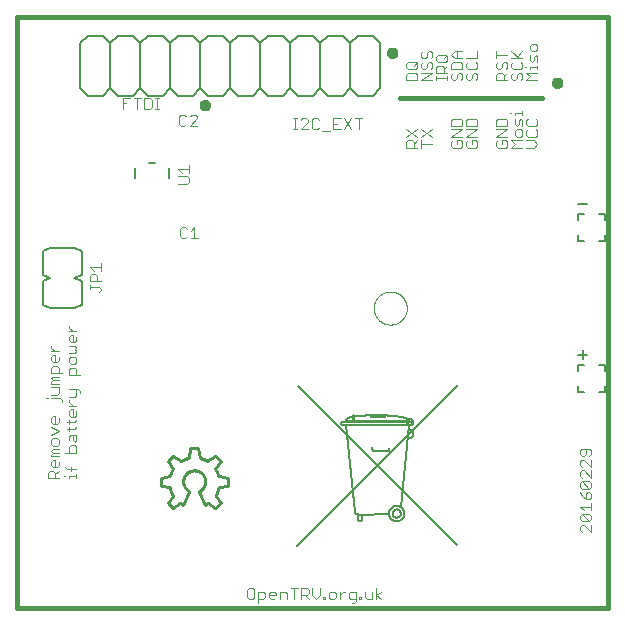
<source format=gto>
G75*
%MOIN*%
%OFA0B0*%
%FSLAX25Y25*%
%IPPOS*%
%LPD*%
%AMOC8*
5,1,8,0,0,1.08239X$1,22.5*
%
%ADD10C,0.00300*%
%ADD11C,0.01600*%
%ADD12C,0.00000*%
%ADD13C,0.00787*%
%ADD14C,0.01000*%
%ADD15C,0.00600*%
%ADD16C,0.00500*%
%ADD17C,0.00800*%
D10*
X0012996Y0044990D02*
X0012996Y0046810D01*
X0013603Y0047416D01*
X0014816Y0047416D01*
X0015423Y0046810D01*
X0015423Y0044990D01*
X0015423Y0046203D02*
X0016637Y0047416D01*
X0016030Y0048615D02*
X0014816Y0048615D01*
X0014210Y0049221D01*
X0014210Y0050435D01*
X0014816Y0051041D01*
X0015423Y0051041D01*
X0015423Y0048615D01*
X0016030Y0048615D02*
X0016637Y0049221D01*
X0016637Y0050435D01*
X0016637Y0052240D02*
X0014210Y0052240D01*
X0014210Y0052847D01*
X0014816Y0053453D01*
X0014210Y0054060D01*
X0014816Y0054667D01*
X0016637Y0054667D01*
X0016637Y0053453D02*
X0014816Y0053453D01*
X0014816Y0055865D02*
X0016030Y0055865D01*
X0016637Y0056472D01*
X0016637Y0057685D01*
X0016030Y0058292D01*
X0014816Y0058292D01*
X0014210Y0057685D01*
X0014210Y0056472D01*
X0014816Y0055865D01*
X0014210Y0059490D02*
X0016637Y0060703D01*
X0014210Y0061917D01*
X0014816Y0063115D02*
X0014210Y0063722D01*
X0014210Y0064935D01*
X0014816Y0065542D01*
X0015423Y0065542D01*
X0015423Y0063115D01*
X0016030Y0063115D02*
X0014816Y0063115D01*
X0016030Y0063115D02*
X0016637Y0063722D01*
X0016637Y0064935D01*
X0019509Y0063722D02*
X0021935Y0063722D01*
X0022542Y0064329D01*
X0021935Y0065532D02*
X0022542Y0066139D01*
X0022542Y0067352D01*
X0021329Y0067959D02*
X0021329Y0065532D01*
X0021935Y0065532D02*
X0020722Y0065532D01*
X0020115Y0066139D01*
X0020115Y0067352D01*
X0020722Y0067959D01*
X0021329Y0067959D01*
X0021329Y0069157D02*
X0020115Y0070371D01*
X0020115Y0070977D01*
X0020115Y0072178D02*
X0021935Y0072178D01*
X0022542Y0072785D01*
X0022542Y0074605D01*
X0023149Y0074605D02*
X0023755Y0073998D01*
X0023755Y0073391D01*
X0023149Y0074605D02*
X0020115Y0074605D01*
X0016637Y0075209D02*
X0016637Y0073389D01*
X0016030Y0072782D01*
X0014210Y0072782D01*
X0014210Y0071579D02*
X0017243Y0071579D01*
X0017850Y0070972D01*
X0017850Y0070366D01*
X0020115Y0069157D02*
X0022542Y0069157D01*
X0020115Y0064329D02*
X0020115Y0063115D01*
X0020115Y0061912D02*
X0020115Y0060698D01*
X0019509Y0061305D02*
X0021935Y0061305D01*
X0022542Y0061912D01*
X0022542Y0059500D02*
X0020722Y0059500D01*
X0020115Y0058893D01*
X0020115Y0057680D01*
X0021329Y0057680D02*
X0021329Y0059500D01*
X0022542Y0059500D02*
X0022542Y0057680D01*
X0021935Y0057073D01*
X0021329Y0057680D01*
X0021935Y0055875D02*
X0020722Y0055875D01*
X0020115Y0055268D01*
X0020115Y0053448D01*
X0018902Y0053448D02*
X0022542Y0053448D01*
X0022542Y0055268D01*
X0021935Y0055875D01*
X0020722Y0048620D02*
X0020722Y0047406D01*
X0019509Y0048013D02*
X0018902Y0048620D01*
X0019509Y0048013D02*
X0022542Y0048013D01*
X0022542Y0046203D02*
X0022542Y0044990D01*
X0022542Y0045596D02*
X0020115Y0045596D01*
X0020115Y0044990D01*
X0018902Y0045596D02*
X0018295Y0045596D01*
X0016637Y0044990D02*
X0012996Y0044990D01*
X0012996Y0071579D02*
X0012390Y0071579D01*
X0014210Y0075209D02*
X0016637Y0075209D01*
X0016637Y0076407D02*
X0014210Y0076407D01*
X0014210Y0077014D01*
X0014816Y0077621D01*
X0014210Y0078227D01*
X0014816Y0078834D01*
X0016637Y0078834D01*
X0016637Y0080033D02*
X0016637Y0081853D01*
X0016030Y0082459D01*
X0014816Y0082459D01*
X0014210Y0081853D01*
X0014210Y0080033D01*
X0017850Y0080033D01*
X0020115Y0079428D02*
X0020115Y0081248D01*
X0020722Y0081855D01*
X0021935Y0081855D01*
X0022542Y0081248D01*
X0022542Y0079428D01*
X0023755Y0079428D02*
X0020115Y0079428D01*
X0016637Y0077621D02*
X0014816Y0077621D01*
X0014816Y0083658D02*
X0014210Y0084264D01*
X0014210Y0085478D01*
X0014816Y0086084D01*
X0015423Y0086084D01*
X0015423Y0083658D01*
X0016030Y0083658D02*
X0014816Y0083658D01*
X0016030Y0083658D02*
X0016637Y0084264D01*
X0016637Y0085478D01*
X0016637Y0087283D02*
X0014210Y0087283D01*
X0015423Y0087283D02*
X0014210Y0088496D01*
X0014210Y0089103D01*
X0020115Y0089105D02*
X0021935Y0089105D01*
X0022542Y0088499D01*
X0021935Y0087892D01*
X0022542Y0087285D01*
X0021935Y0086679D01*
X0020115Y0086679D01*
X0020722Y0085480D02*
X0020115Y0084874D01*
X0020115Y0083660D01*
X0020722Y0083054D01*
X0021935Y0083054D01*
X0022542Y0083660D01*
X0022542Y0084874D01*
X0021935Y0085480D01*
X0020722Y0085480D01*
X0020722Y0090304D02*
X0020115Y0090910D01*
X0020115Y0092124D01*
X0020722Y0092731D01*
X0021329Y0092731D01*
X0021329Y0090304D01*
X0021935Y0090304D02*
X0020722Y0090304D01*
X0021935Y0090304D02*
X0022542Y0090910D01*
X0022542Y0092124D01*
X0022542Y0093929D02*
X0020115Y0093929D01*
X0020115Y0095142D02*
X0020115Y0095749D01*
X0020115Y0095142D02*
X0021329Y0093929D01*
X0027059Y0108163D02*
X0027059Y0109377D01*
X0027059Y0108770D02*
X0030093Y0108770D01*
X0030699Y0108163D01*
X0030699Y0107557D01*
X0030093Y0106950D01*
X0030699Y0110575D02*
X0027059Y0110575D01*
X0027059Y0112395D01*
X0027666Y0113002D01*
X0028879Y0113002D01*
X0029486Y0112395D01*
X0029486Y0110575D01*
X0028273Y0114200D02*
X0027059Y0115414D01*
X0030699Y0115414D01*
X0030699Y0116627D02*
X0030699Y0114200D01*
X0056999Y0125557D02*
X0057606Y0124950D01*
X0058820Y0124950D01*
X0059426Y0125557D01*
X0060625Y0124950D02*
X0063051Y0124950D01*
X0061838Y0124950D02*
X0061838Y0128590D01*
X0060625Y0127377D01*
X0059426Y0127983D02*
X0058820Y0128590D01*
X0057606Y0128590D01*
X0056999Y0127983D01*
X0056999Y0125557D01*
X0056496Y0143200D02*
X0059530Y0143200D01*
X0060137Y0143806D01*
X0060137Y0145020D01*
X0059530Y0145626D01*
X0056496Y0145626D01*
X0057710Y0146825D02*
X0056496Y0148038D01*
X0060137Y0148038D01*
X0060137Y0146825D02*
X0060137Y0149252D01*
X0060374Y0162513D02*
X0062801Y0164940D01*
X0062801Y0165546D01*
X0062194Y0166153D01*
X0060981Y0166153D01*
X0060374Y0165546D01*
X0059176Y0165546D02*
X0058569Y0166153D01*
X0057356Y0166153D01*
X0056749Y0165546D01*
X0056749Y0163120D01*
X0057356Y0162513D01*
X0058569Y0162513D01*
X0059176Y0163120D01*
X0060374Y0162513D02*
X0062801Y0162513D01*
X0050088Y0168092D02*
X0048875Y0168092D01*
X0049482Y0168092D02*
X0049482Y0171732D01*
X0050088Y0171732D02*
X0048875Y0171732D01*
X0047677Y0171125D02*
X0047677Y0168698D01*
X0047070Y0168092D01*
X0045250Y0168092D01*
X0045250Y0171732D01*
X0047070Y0171732D01*
X0047677Y0171125D01*
X0044051Y0171732D02*
X0041625Y0171732D01*
X0040426Y0171732D02*
X0037999Y0171732D01*
X0037999Y0168092D01*
X0037999Y0169912D02*
X0039213Y0169912D01*
X0042838Y0168092D02*
X0042838Y0171732D01*
X0094895Y0164881D02*
X0096108Y0164881D01*
X0095502Y0164881D02*
X0095502Y0161241D01*
X0096108Y0161241D02*
X0094895Y0161241D01*
X0097312Y0161241D02*
X0099738Y0163668D01*
X0099738Y0164275D01*
X0099132Y0164881D01*
X0097918Y0164881D01*
X0097312Y0164275D01*
X0097312Y0161241D02*
X0099738Y0161241D01*
X0100937Y0161848D02*
X0100937Y0164275D01*
X0101543Y0164881D01*
X0102757Y0164881D01*
X0103363Y0164275D01*
X0103363Y0161848D02*
X0102757Y0161241D01*
X0101543Y0161241D01*
X0100937Y0161848D01*
X0104562Y0160635D02*
X0106989Y0160635D01*
X0108187Y0161241D02*
X0110614Y0161241D01*
X0111812Y0161241D02*
X0114239Y0164881D01*
X0115437Y0164881D02*
X0117864Y0164881D01*
X0116651Y0164881D02*
X0116651Y0161241D01*
X0114239Y0161241D02*
X0111812Y0164881D01*
X0110614Y0164881D02*
X0108187Y0164881D01*
X0108187Y0161241D01*
X0108187Y0163061D02*
X0109400Y0163061D01*
X0132563Y0161211D02*
X0136203Y0158784D01*
X0136203Y0157585D02*
X0134990Y0156372D01*
X0134990Y0156979D02*
X0134990Y0155159D01*
X0136203Y0155159D02*
X0132563Y0155159D01*
X0132563Y0156979D01*
X0133170Y0157585D01*
X0134383Y0157585D01*
X0134990Y0156979D01*
X0132563Y0158784D02*
X0136203Y0161211D01*
X0137563Y0161211D02*
X0141203Y0158784D01*
X0141203Y0156372D02*
X0137563Y0156372D01*
X0137563Y0155159D02*
X0137563Y0157585D01*
X0137563Y0158784D02*
X0141203Y0161211D01*
X0147563Y0161211D02*
X0151203Y0161211D01*
X0147563Y0158784D01*
X0151203Y0158784D01*
X0150597Y0157585D02*
X0149383Y0157585D01*
X0149383Y0156372D01*
X0148170Y0155159D02*
X0150597Y0155159D01*
X0151203Y0155765D01*
X0151203Y0156979D01*
X0150597Y0157585D01*
X0152563Y0156979D02*
X0152563Y0155765D01*
X0153170Y0155159D01*
X0155597Y0155159D01*
X0156203Y0155765D01*
X0156203Y0156979D01*
X0155597Y0157585D01*
X0154383Y0157585D01*
X0154383Y0156372D01*
X0153170Y0157585D02*
X0152563Y0156979D01*
X0152563Y0158784D02*
X0156203Y0161211D01*
X0152563Y0161211D01*
X0152563Y0162409D02*
X0152563Y0164229D01*
X0153170Y0164836D01*
X0155597Y0164836D01*
X0156203Y0164229D01*
X0156203Y0162409D01*
X0152563Y0162409D01*
X0151203Y0162409D02*
X0151203Y0164229D01*
X0150597Y0164836D01*
X0148170Y0164836D01*
X0147563Y0164229D01*
X0147563Y0162409D01*
X0151203Y0162409D01*
X0152563Y0158784D02*
X0156203Y0158784D01*
X0162563Y0158784D02*
X0166203Y0161211D01*
X0162563Y0161211D01*
X0162563Y0162409D02*
X0162563Y0164229D01*
X0163170Y0164836D01*
X0165597Y0164836D01*
X0166203Y0164229D01*
X0166203Y0162409D01*
X0162563Y0162409D01*
X0162563Y0158784D02*
X0166203Y0158784D01*
X0165597Y0157585D02*
X0164383Y0157585D01*
X0164383Y0156372D01*
X0163170Y0155159D02*
X0165597Y0155159D01*
X0166203Y0155765D01*
X0166203Y0156979D01*
X0165597Y0157585D01*
X0167563Y0157585D02*
X0171203Y0157585D01*
X0170597Y0158784D02*
X0171203Y0159390D01*
X0171203Y0160604D01*
X0170597Y0161211D01*
X0169383Y0161211D01*
X0168777Y0160604D01*
X0168777Y0159390D01*
X0169383Y0158784D01*
X0170597Y0158784D01*
X0172563Y0159390D02*
X0172563Y0160604D01*
X0173170Y0161211D01*
X0173170Y0162409D02*
X0175597Y0162409D01*
X0176203Y0163016D01*
X0176203Y0164229D01*
X0175597Y0164836D01*
X0173170Y0164836D02*
X0172563Y0164229D01*
X0172563Y0163016D01*
X0173170Y0162409D01*
X0171203Y0162409D02*
X0171203Y0164229D01*
X0170597Y0164836D01*
X0169990Y0164229D01*
X0169990Y0163016D01*
X0169383Y0162409D01*
X0168777Y0163016D01*
X0168777Y0164836D01*
X0168777Y0166034D02*
X0168777Y0166641D01*
X0171203Y0166641D01*
X0171203Y0167247D02*
X0171203Y0166034D01*
X0167563Y0166641D02*
X0166957Y0166641D01*
X0172563Y0159390D02*
X0173170Y0158784D01*
X0175597Y0158784D01*
X0176203Y0159390D01*
X0176203Y0160604D01*
X0175597Y0161211D01*
X0174990Y0157585D02*
X0172563Y0157585D01*
X0172563Y0155159D02*
X0174990Y0155159D01*
X0176203Y0156372D01*
X0174990Y0157585D01*
X0171203Y0155159D02*
X0167563Y0155159D01*
X0168777Y0156372D01*
X0167563Y0157585D01*
X0163170Y0157585D02*
X0162563Y0156979D01*
X0162563Y0155765D01*
X0163170Y0155159D01*
X0148170Y0155159D02*
X0147563Y0155765D01*
X0147563Y0156979D01*
X0148170Y0157585D01*
X0148170Y0177659D02*
X0148777Y0177659D01*
X0149383Y0178265D01*
X0149383Y0179479D01*
X0149990Y0180085D01*
X0150597Y0180085D01*
X0151203Y0179479D01*
X0151203Y0178265D01*
X0150597Y0177659D01*
X0152563Y0178265D02*
X0152563Y0179479D01*
X0153170Y0180085D01*
X0153170Y0181284D02*
X0152563Y0181890D01*
X0152563Y0183104D01*
X0153170Y0183711D01*
X0152563Y0184909D02*
X0156203Y0184909D01*
X0156203Y0187336D01*
X0155597Y0183711D02*
X0156203Y0183104D01*
X0156203Y0181890D01*
X0155597Y0181284D01*
X0153170Y0181284D01*
X0151203Y0181284D02*
X0151203Y0183104D01*
X0150597Y0183711D01*
X0148170Y0183711D01*
X0147563Y0183104D01*
X0147563Y0181284D01*
X0151203Y0181284D01*
X0154383Y0179479D02*
X0154990Y0180085D01*
X0155597Y0180085D01*
X0156203Y0179479D01*
X0156203Y0178265D01*
X0155597Y0177659D01*
X0154383Y0178265D02*
X0154383Y0179479D01*
X0154383Y0178265D02*
X0153777Y0177659D01*
X0153170Y0177659D01*
X0152563Y0178265D01*
X0148170Y0177659D02*
X0147563Y0178265D01*
X0147563Y0179479D01*
X0148170Y0180085D01*
X0146203Y0180075D02*
X0142563Y0180075D01*
X0142563Y0181895D01*
X0143170Y0182502D01*
X0144383Y0182502D01*
X0144990Y0181895D01*
X0144990Y0180075D01*
X0144990Y0181289D02*
X0146203Y0182502D01*
X0145597Y0183701D02*
X0146203Y0184307D01*
X0146203Y0185521D01*
X0145597Y0186127D01*
X0143170Y0186127D01*
X0142563Y0185521D01*
X0142563Y0184307D01*
X0143170Y0183701D01*
X0145597Y0183701D01*
X0144990Y0184914D02*
X0146203Y0186127D01*
X0147563Y0186122D02*
X0148777Y0187336D01*
X0151203Y0187336D01*
X0149383Y0187336D02*
X0149383Y0184909D01*
X0148777Y0184909D02*
X0147563Y0186122D01*
X0148777Y0184909D02*
X0151203Y0184909D01*
X0146203Y0178872D02*
X0146203Y0177659D01*
X0146203Y0178265D02*
X0142563Y0178265D01*
X0142563Y0177659D02*
X0142563Y0178872D01*
X0141203Y0177659D02*
X0137563Y0177659D01*
X0141203Y0180085D01*
X0137563Y0180085D01*
X0138170Y0181284D02*
X0138777Y0181284D01*
X0139383Y0181890D01*
X0139383Y0183104D01*
X0139990Y0183711D01*
X0140597Y0183711D01*
X0141203Y0183104D01*
X0141203Y0181890D01*
X0140597Y0181284D01*
X0138170Y0181284D02*
X0137563Y0181890D01*
X0137563Y0183104D01*
X0138170Y0183711D01*
X0138170Y0184909D02*
X0138777Y0184909D01*
X0139383Y0185516D01*
X0139383Y0186729D01*
X0139990Y0187336D01*
X0140597Y0187336D01*
X0141203Y0186729D01*
X0141203Y0185516D01*
X0140597Y0184909D01*
X0138170Y0184909D02*
X0137563Y0185516D01*
X0137563Y0186729D01*
X0138170Y0187336D01*
X0136203Y0183711D02*
X0134990Y0182497D01*
X0135597Y0181284D02*
X0133170Y0181284D01*
X0132563Y0181890D01*
X0132563Y0183104D01*
X0133170Y0183711D01*
X0135597Y0183711D01*
X0136203Y0183104D01*
X0136203Y0181890D01*
X0135597Y0181284D01*
X0135597Y0180085D02*
X0133170Y0180085D01*
X0132563Y0179479D01*
X0132563Y0177659D01*
X0136203Y0177659D01*
X0136203Y0179479D01*
X0135597Y0180085D01*
X0162563Y0179479D02*
X0162563Y0177659D01*
X0166203Y0177659D01*
X0164990Y0177659D02*
X0164990Y0179479D01*
X0164383Y0180085D01*
X0163170Y0180085D01*
X0162563Y0179479D01*
X0163170Y0181284D02*
X0163777Y0181284D01*
X0164383Y0181890D01*
X0164383Y0183104D01*
X0164990Y0183711D01*
X0165597Y0183711D01*
X0166203Y0183104D01*
X0166203Y0181890D01*
X0165597Y0181284D01*
X0166203Y0180085D02*
X0164990Y0178872D01*
X0163170Y0181284D02*
X0162563Y0181890D01*
X0162563Y0183104D01*
X0163170Y0183711D01*
X0162563Y0184909D02*
X0162563Y0187336D01*
X0162563Y0186122D02*
X0166203Y0186122D01*
X0167563Y0184909D02*
X0171203Y0184909D01*
X0169990Y0184909D02*
X0167563Y0187336D01*
X0169383Y0185516D02*
X0171203Y0187336D01*
X0173777Y0187932D02*
X0174383Y0187326D01*
X0175597Y0187326D01*
X0176203Y0187932D01*
X0176203Y0189146D01*
X0175597Y0189752D01*
X0174383Y0189752D01*
X0173777Y0189146D01*
X0173777Y0187932D01*
X0173777Y0186127D02*
X0173777Y0184307D01*
X0174383Y0183701D01*
X0174990Y0184307D01*
X0174990Y0185521D01*
X0175597Y0186127D01*
X0176203Y0185521D01*
X0176203Y0183701D01*
X0176203Y0182497D02*
X0176203Y0181284D01*
X0176203Y0181890D02*
X0173777Y0181890D01*
X0173777Y0181284D01*
X0172563Y0181890D02*
X0171957Y0181890D01*
X0171203Y0181890D02*
X0171203Y0183104D01*
X0170597Y0183711D01*
X0171203Y0181890D02*
X0170597Y0181284D01*
X0168170Y0181284D01*
X0167563Y0181890D01*
X0167563Y0183104D01*
X0168170Y0183711D01*
X0168170Y0180085D02*
X0167563Y0179479D01*
X0167563Y0178265D01*
X0168170Y0177659D01*
X0168777Y0177659D01*
X0169383Y0178265D01*
X0169383Y0179479D01*
X0169990Y0180085D01*
X0170597Y0180085D01*
X0171203Y0179479D01*
X0171203Y0178265D01*
X0170597Y0177659D01*
X0172563Y0177659D02*
X0173777Y0178872D01*
X0172563Y0180085D01*
X0176203Y0180085D01*
X0176203Y0177659D02*
X0172563Y0177659D01*
X0191088Y0054811D02*
X0190482Y0054204D01*
X0190482Y0052991D01*
X0191088Y0052384D01*
X0191695Y0052384D01*
X0192302Y0052991D01*
X0192302Y0054811D01*
X0193515Y0054811D02*
X0191088Y0054811D01*
X0193515Y0054811D02*
X0194122Y0054204D01*
X0194122Y0052991D01*
X0193515Y0052384D01*
X0194122Y0051186D02*
X0194122Y0048759D01*
X0191695Y0051186D01*
X0191088Y0051186D01*
X0190482Y0050579D01*
X0190482Y0049366D01*
X0191088Y0048759D01*
X0191088Y0047560D02*
X0190482Y0046954D01*
X0190482Y0045740D01*
X0191088Y0045134D01*
X0191088Y0043935D02*
X0193515Y0041509D01*
X0194122Y0042115D01*
X0194122Y0043329D01*
X0193515Y0043935D01*
X0191088Y0043935D01*
X0190482Y0043329D01*
X0190482Y0042115D01*
X0191088Y0041509D01*
X0193515Y0041509D01*
X0193515Y0040310D02*
X0192908Y0040310D01*
X0192302Y0039703D01*
X0192302Y0037883D01*
X0193515Y0037883D01*
X0194122Y0038490D01*
X0194122Y0039703D01*
X0193515Y0040310D01*
X0191088Y0039097D02*
X0192302Y0037883D01*
X0191088Y0039097D02*
X0190482Y0040310D01*
X0194122Y0036685D02*
X0194122Y0034258D01*
X0194122Y0035472D02*
X0190482Y0035472D01*
X0191695Y0034258D01*
X0191088Y0033060D02*
X0193515Y0030633D01*
X0194122Y0031240D01*
X0194122Y0032453D01*
X0193515Y0033060D01*
X0191088Y0033060D01*
X0190482Y0032453D01*
X0190482Y0031240D01*
X0191088Y0030633D01*
X0193515Y0030633D01*
X0194122Y0029435D02*
X0194122Y0027008D01*
X0191695Y0029435D01*
X0191088Y0029435D01*
X0190482Y0028828D01*
X0190482Y0027615D01*
X0191088Y0027008D01*
X0194122Y0045134D02*
X0191695Y0047560D01*
X0191088Y0047560D01*
X0194122Y0047560D02*
X0194122Y0045134D01*
X0124158Y0007154D02*
X0122338Y0005941D01*
X0124158Y0004727D01*
X0122338Y0004727D02*
X0122338Y0008368D01*
X0121140Y0007154D02*
X0121140Y0004727D01*
X0119320Y0004727D01*
X0118713Y0005334D01*
X0118713Y0007154D01*
X0117507Y0005334D02*
X0117507Y0004727D01*
X0116901Y0004727D01*
X0116901Y0005334D01*
X0117507Y0005334D01*
X0115702Y0004727D02*
X0113882Y0004727D01*
X0113276Y0005334D01*
X0113276Y0006547D01*
X0113882Y0007154D01*
X0115702Y0007154D01*
X0115702Y0004121D01*
X0115096Y0003514D01*
X0114489Y0003514D01*
X0112075Y0007154D02*
X0111468Y0007154D01*
X0110255Y0005941D01*
X0110255Y0007154D02*
X0110255Y0004727D01*
X0109056Y0005334D02*
X0109056Y0006547D01*
X0108449Y0007154D01*
X0107236Y0007154D01*
X0106629Y0006547D01*
X0106629Y0005334D01*
X0107236Y0004727D01*
X0108449Y0004727D01*
X0109056Y0005334D01*
X0105424Y0005334D02*
X0105424Y0004727D01*
X0104817Y0004727D01*
X0104817Y0005334D01*
X0105424Y0005334D01*
X0103618Y0005941D02*
X0103618Y0008368D01*
X0101192Y0008368D02*
X0101192Y0005941D01*
X0102405Y0004727D01*
X0103618Y0005941D01*
X0099993Y0006547D02*
X0099387Y0005941D01*
X0097567Y0005941D01*
X0098780Y0005941D02*
X0099993Y0004727D01*
X0099993Y0006547D02*
X0099993Y0007761D01*
X0099387Y0008368D01*
X0097567Y0008368D01*
X0097567Y0004727D01*
X0095155Y0004727D02*
X0095155Y0008368D01*
X0096368Y0008368D02*
X0093941Y0008368D01*
X0092136Y0007154D02*
X0092743Y0006547D01*
X0092743Y0004727D01*
X0092136Y0007154D02*
X0090316Y0007154D01*
X0090316Y0004727D01*
X0089118Y0005941D02*
X0086691Y0005941D01*
X0086691Y0006547D02*
X0086691Y0005334D01*
X0087298Y0004727D01*
X0088511Y0004727D01*
X0089118Y0005941D02*
X0089118Y0006547D01*
X0088511Y0007154D01*
X0087298Y0007154D01*
X0086691Y0006547D01*
X0085493Y0006547D02*
X0085493Y0005334D01*
X0084886Y0004727D01*
X0083066Y0004727D01*
X0083066Y0003514D02*
X0083066Y0007154D01*
X0084886Y0007154D01*
X0085493Y0006547D01*
X0081868Y0005334D02*
X0081868Y0007761D01*
X0081261Y0008368D01*
X0080048Y0008368D01*
X0079441Y0007761D01*
X0079441Y0005334D01*
X0080048Y0004727D01*
X0081261Y0004727D01*
X0081868Y0005334D01*
D11*
X0002849Y0001800D02*
X0199700Y0001800D01*
X0199700Y0198650D01*
X0002849Y0198650D01*
X0002849Y0001800D01*
X0064365Y0169300D02*
X0064367Y0169362D01*
X0064373Y0169425D01*
X0064383Y0169486D01*
X0064397Y0169547D01*
X0064414Y0169607D01*
X0064435Y0169666D01*
X0064461Y0169723D01*
X0064489Y0169778D01*
X0064521Y0169832D01*
X0064557Y0169883D01*
X0064595Y0169933D01*
X0064637Y0169979D01*
X0064681Y0170023D01*
X0064729Y0170064D01*
X0064778Y0170102D01*
X0064830Y0170136D01*
X0064884Y0170167D01*
X0064940Y0170195D01*
X0064998Y0170219D01*
X0065057Y0170240D01*
X0065117Y0170256D01*
X0065178Y0170269D01*
X0065240Y0170278D01*
X0065302Y0170283D01*
X0065365Y0170284D01*
X0065427Y0170281D01*
X0065489Y0170274D01*
X0065551Y0170263D01*
X0065611Y0170248D01*
X0065671Y0170230D01*
X0065729Y0170208D01*
X0065786Y0170182D01*
X0065841Y0170152D01*
X0065894Y0170119D01*
X0065945Y0170083D01*
X0065993Y0170044D01*
X0066039Y0170001D01*
X0066082Y0169956D01*
X0066122Y0169908D01*
X0066159Y0169858D01*
X0066193Y0169805D01*
X0066224Y0169751D01*
X0066250Y0169695D01*
X0066274Y0169637D01*
X0066293Y0169577D01*
X0066309Y0169517D01*
X0066321Y0169455D01*
X0066329Y0169394D01*
X0066333Y0169331D01*
X0066333Y0169269D01*
X0066329Y0169206D01*
X0066321Y0169145D01*
X0066309Y0169083D01*
X0066293Y0169023D01*
X0066274Y0168963D01*
X0066250Y0168905D01*
X0066224Y0168849D01*
X0066193Y0168795D01*
X0066159Y0168742D01*
X0066122Y0168692D01*
X0066082Y0168644D01*
X0066039Y0168599D01*
X0065993Y0168556D01*
X0065945Y0168517D01*
X0065894Y0168481D01*
X0065841Y0168448D01*
X0065786Y0168418D01*
X0065729Y0168392D01*
X0065671Y0168370D01*
X0065611Y0168352D01*
X0065551Y0168337D01*
X0065489Y0168326D01*
X0065427Y0168319D01*
X0065365Y0168316D01*
X0065302Y0168317D01*
X0065240Y0168322D01*
X0065178Y0168331D01*
X0065117Y0168344D01*
X0065057Y0168360D01*
X0064998Y0168381D01*
X0064940Y0168405D01*
X0064884Y0168433D01*
X0064830Y0168464D01*
X0064778Y0168498D01*
X0064729Y0168536D01*
X0064681Y0168577D01*
X0064637Y0168621D01*
X0064595Y0168667D01*
X0064557Y0168717D01*
X0064521Y0168768D01*
X0064489Y0168822D01*
X0064461Y0168877D01*
X0064435Y0168934D01*
X0064414Y0168993D01*
X0064397Y0169053D01*
X0064383Y0169114D01*
X0064373Y0169175D01*
X0064367Y0169238D01*
X0064365Y0169300D01*
X0126865Y0186800D02*
X0126867Y0186862D01*
X0126873Y0186925D01*
X0126883Y0186986D01*
X0126897Y0187047D01*
X0126914Y0187107D01*
X0126935Y0187166D01*
X0126961Y0187223D01*
X0126989Y0187278D01*
X0127021Y0187332D01*
X0127057Y0187383D01*
X0127095Y0187433D01*
X0127137Y0187479D01*
X0127181Y0187523D01*
X0127229Y0187564D01*
X0127278Y0187602D01*
X0127330Y0187636D01*
X0127384Y0187667D01*
X0127440Y0187695D01*
X0127498Y0187719D01*
X0127557Y0187740D01*
X0127617Y0187756D01*
X0127678Y0187769D01*
X0127740Y0187778D01*
X0127802Y0187783D01*
X0127865Y0187784D01*
X0127927Y0187781D01*
X0127989Y0187774D01*
X0128051Y0187763D01*
X0128111Y0187748D01*
X0128171Y0187730D01*
X0128229Y0187708D01*
X0128286Y0187682D01*
X0128341Y0187652D01*
X0128394Y0187619D01*
X0128445Y0187583D01*
X0128493Y0187544D01*
X0128539Y0187501D01*
X0128582Y0187456D01*
X0128622Y0187408D01*
X0128659Y0187358D01*
X0128693Y0187305D01*
X0128724Y0187251D01*
X0128750Y0187195D01*
X0128774Y0187137D01*
X0128793Y0187077D01*
X0128809Y0187017D01*
X0128821Y0186955D01*
X0128829Y0186894D01*
X0128833Y0186831D01*
X0128833Y0186769D01*
X0128829Y0186706D01*
X0128821Y0186645D01*
X0128809Y0186583D01*
X0128793Y0186523D01*
X0128774Y0186463D01*
X0128750Y0186405D01*
X0128724Y0186349D01*
X0128693Y0186295D01*
X0128659Y0186242D01*
X0128622Y0186192D01*
X0128582Y0186144D01*
X0128539Y0186099D01*
X0128493Y0186056D01*
X0128445Y0186017D01*
X0128394Y0185981D01*
X0128341Y0185948D01*
X0128286Y0185918D01*
X0128229Y0185892D01*
X0128171Y0185870D01*
X0128111Y0185852D01*
X0128051Y0185837D01*
X0127989Y0185826D01*
X0127927Y0185819D01*
X0127865Y0185816D01*
X0127802Y0185817D01*
X0127740Y0185822D01*
X0127678Y0185831D01*
X0127617Y0185844D01*
X0127557Y0185860D01*
X0127498Y0185881D01*
X0127440Y0185905D01*
X0127384Y0185933D01*
X0127330Y0185964D01*
X0127278Y0185998D01*
X0127229Y0186036D01*
X0127181Y0186077D01*
X0127137Y0186121D01*
X0127095Y0186167D01*
X0127057Y0186217D01*
X0127021Y0186268D01*
X0126989Y0186322D01*
X0126961Y0186377D01*
X0126935Y0186434D01*
X0126914Y0186493D01*
X0126897Y0186553D01*
X0126883Y0186614D01*
X0126873Y0186675D01*
X0126867Y0186738D01*
X0126865Y0186800D01*
X0130349Y0171800D02*
X0177849Y0171800D01*
X0181865Y0176800D02*
X0181867Y0176862D01*
X0181873Y0176925D01*
X0181883Y0176986D01*
X0181897Y0177047D01*
X0181914Y0177107D01*
X0181935Y0177166D01*
X0181961Y0177223D01*
X0181989Y0177278D01*
X0182021Y0177332D01*
X0182057Y0177383D01*
X0182095Y0177433D01*
X0182137Y0177479D01*
X0182181Y0177523D01*
X0182229Y0177564D01*
X0182278Y0177602D01*
X0182330Y0177636D01*
X0182384Y0177667D01*
X0182440Y0177695D01*
X0182498Y0177719D01*
X0182557Y0177740D01*
X0182617Y0177756D01*
X0182678Y0177769D01*
X0182740Y0177778D01*
X0182802Y0177783D01*
X0182865Y0177784D01*
X0182927Y0177781D01*
X0182989Y0177774D01*
X0183051Y0177763D01*
X0183111Y0177748D01*
X0183171Y0177730D01*
X0183229Y0177708D01*
X0183286Y0177682D01*
X0183341Y0177652D01*
X0183394Y0177619D01*
X0183445Y0177583D01*
X0183493Y0177544D01*
X0183539Y0177501D01*
X0183582Y0177456D01*
X0183622Y0177408D01*
X0183659Y0177358D01*
X0183693Y0177305D01*
X0183724Y0177251D01*
X0183750Y0177195D01*
X0183774Y0177137D01*
X0183793Y0177077D01*
X0183809Y0177017D01*
X0183821Y0176955D01*
X0183829Y0176894D01*
X0183833Y0176831D01*
X0183833Y0176769D01*
X0183829Y0176706D01*
X0183821Y0176645D01*
X0183809Y0176583D01*
X0183793Y0176523D01*
X0183774Y0176463D01*
X0183750Y0176405D01*
X0183724Y0176349D01*
X0183693Y0176295D01*
X0183659Y0176242D01*
X0183622Y0176192D01*
X0183582Y0176144D01*
X0183539Y0176099D01*
X0183493Y0176056D01*
X0183445Y0176017D01*
X0183394Y0175981D01*
X0183341Y0175948D01*
X0183286Y0175918D01*
X0183229Y0175892D01*
X0183171Y0175870D01*
X0183111Y0175852D01*
X0183051Y0175837D01*
X0182989Y0175826D01*
X0182927Y0175819D01*
X0182865Y0175816D01*
X0182802Y0175817D01*
X0182740Y0175822D01*
X0182678Y0175831D01*
X0182617Y0175844D01*
X0182557Y0175860D01*
X0182498Y0175881D01*
X0182440Y0175905D01*
X0182384Y0175933D01*
X0182330Y0175964D01*
X0182278Y0175998D01*
X0182229Y0176036D01*
X0182181Y0176077D01*
X0182137Y0176121D01*
X0182095Y0176167D01*
X0182057Y0176217D01*
X0182021Y0176268D01*
X0181989Y0176322D01*
X0181961Y0176377D01*
X0181935Y0176434D01*
X0181914Y0176493D01*
X0181897Y0176553D01*
X0181883Y0176614D01*
X0181873Y0176675D01*
X0181867Y0176738D01*
X0181865Y0176800D01*
D12*
X0121668Y0101682D02*
X0121670Y0101830D01*
X0121676Y0101978D01*
X0121686Y0102126D01*
X0121700Y0102273D01*
X0121718Y0102420D01*
X0121739Y0102566D01*
X0121765Y0102712D01*
X0121795Y0102857D01*
X0121828Y0103001D01*
X0121866Y0103144D01*
X0121907Y0103286D01*
X0121952Y0103427D01*
X0122000Y0103567D01*
X0122053Y0103706D01*
X0122109Y0103843D01*
X0122169Y0103978D01*
X0122232Y0104112D01*
X0122299Y0104244D01*
X0122370Y0104374D01*
X0122444Y0104502D01*
X0122521Y0104628D01*
X0122602Y0104752D01*
X0122686Y0104874D01*
X0122773Y0104993D01*
X0122864Y0105110D01*
X0122958Y0105225D01*
X0123054Y0105337D01*
X0123154Y0105447D01*
X0123256Y0105553D01*
X0123362Y0105657D01*
X0123470Y0105758D01*
X0123581Y0105856D01*
X0123694Y0105952D01*
X0123810Y0106044D01*
X0123928Y0106133D01*
X0124049Y0106218D01*
X0124172Y0106301D01*
X0124297Y0106380D01*
X0124424Y0106456D01*
X0124553Y0106528D01*
X0124684Y0106597D01*
X0124817Y0106662D01*
X0124952Y0106723D01*
X0125088Y0106781D01*
X0125225Y0106836D01*
X0125364Y0106886D01*
X0125505Y0106933D01*
X0125646Y0106976D01*
X0125789Y0107016D01*
X0125933Y0107051D01*
X0126077Y0107083D01*
X0126223Y0107110D01*
X0126369Y0107134D01*
X0126516Y0107154D01*
X0126663Y0107170D01*
X0126810Y0107182D01*
X0126958Y0107190D01*
X0127106Y0107194D01*
X0127254Y0107194D01*
X0127402Y0107190D01*
X0127550Y0107182D01*
X0127697Y0107170D01*
X0127844Y0107154D01*
X0127991Y0107134D01*
X0128137Y0107110D01*
X0128283Y0107083D01*
X0128427Y0107051D01*
X0128571Y0107016D01*
X0128714Y0106976D01*
X0128855Y0106933D01*
X0128996Y0106886D01*
X0129135Y0106836D01*
X0129272Y0106781D01*
X0129408Y0106723D01*
X0129543Y0106662D01*
X0129676Y0106597D01*
X0129807Y0106528D01*
X0129936Y0106456D01*
X0130063Y0106380D01*
X0130188Y0106301D01*
X0130311Y0106218D01*
X0130432Y0106133D01*
X0130550Y0106044D01*
X0130666Y0105952D01*
X0130779Y0105856D01*
X0130890Y0105758D01*
X0130998Y0105657D01*
X0131104Y0105553D01*
X0131206Y0105447D01*
X0131306Y0105337D01*
X0131402Y0105225D01*
X0131496Y0105110D01*
X0131587Y0104993D01*
X0131674Y0104874D01*
X0131758Y0104752D01*
X0131839Y0104628D01*
X0131916Y0104502D01*
X0131990Y0104374D01*
X0132061Y0104244D01*
X0132128Y0104112D01*
X0132191Y0103978D01*
X0132251Y0103843D01*
X0132307Y0103706D01*
X0132360Y0103567D01*
X0132408Y0103427D01*
X0132453Y0103286D01*
X0132494Y0103144D01*
X0132532Y0103001D01*
X0132565Y0102857D01*
X0132595Y0102712D01*
X0132621Y0102566D01*
X0132642Y0102420D01*
X0132660Y0102273D01*
X0132674Y0102126D01*
X0132684Y0101978D01*
X0132690Y0101830D01*
X0132692Y0101682D01*
X0132690Y0101534D01*
X0132684Y0101386D01*
X0132674Y0101238D01*
X0132660Y0101091D01*
X0132642Y0100944D01*
X0132621Y0100798D01*
X0132595Y0100652D01*
X0132565Y0100507D01*
X0132532Y0100363D01*
X0132494Y0100220D01*
X0132453Y0100078D01*
X0132408Y0099937D01*
X0132360Y0099797D01*
X0132307Y0099658D01*
X0132251Y0099521D01*
X0132191Y0099386D01*
X0132128Y0099252D01*
X0132061Y0099120D01*
X0131990Y0098990D01*
X0131916Y0098862D01*
X0131839Y0098736D01*
X0131758Y0098612D01*
X0131674Y0098490D01*
X0131587Y0098371D01*
X0131496Y0098254D01*
X0131402Y0098139D01*
X0131306Y0098027D01*
X0131206Y0097917D01*
X0131104Y0097811D01*
X0130998Y0097707D01*
X0130890Y0097606D01*
X0130779Y0097508D01*
X0130666Y0097412D01*
X0130550Y0097320D01*
X0130432Y0097231D01*
X0130311Y0097146D01*
X0130188Y0097063D01*
X0130063Y0096984D01*
X0129936Y0096908D01*
X0129807Y0096836D01*
X0129676Y0096767D01*
X0129543Y0096702D01*
X0129408Y0096641D01*
X0129272Y0096583D01*
X0129135Y0096528D01*
X0128996Y0096478D01*
X0128855Y0096431D01*
X0128714Y0096388D01*
X0128571Y0096348D01*
X0128427Y0096313D01*
X0128283Y0096281D01*
X0128137Y0096254D01*
X0127991Y0096230D01*
X0127844Y0096210D01*
X0127697Y0096194D01*
X0127550Y0096182D01*
X0127402Y0096174D01*
X0127254Y0096170D01*
X0127106Y0096170D01*
X0126958Y0096174D01*
X0126810Y0096182D01*
X0126663Y0096194D01*
X0126516Y0096210D01*
X0126369Y0096230D01*
X0126223Y0096254D01*
X0126077Y0096281D01*
X0125933Y0096313D01*
X0125789Y0096348D01*
X0125646Y0096388D01*
X0125505Y0096431D01*
X0125364Y0096478D01*
X0125225Y0096528D01*
X0125088Y0096583D01*
X0124952Y0096641D01*
X0124817Y0096702D01*
X0124684Y0096767D01*
X0124553Y0096836D01*
X0124424Y0096908D01*
X0124297Y0096984D01*
X0124172Y0097063D01*
X0124049Y0097146D01*
X0123928Y0097231D01*
X0123810Y0097320D01*
X0123694Y0097412D01*
X0123581Y0097508D01*
X0123470Y0097606D01*
X0123362Y0097707D01*
X0123256Y0097811D01*
X0123154Y0097917D01*
X0123054Y0098027D01*
X0122958Y0098139D01*
X0122864Y0098254D01*
X0122773Y0098371D01*
X0122686Y0098490D01*
X0122602Y0098612D01*
X0122521Y0098736D01*
X0122444Y0098862D01*
X0122370Y0098990D01*
X0122299Y0099120D01*
X0122232Y0099252D01*
X0122169Y0099386D01*
X0122109Y0099521D01*
X0122053Y0099658D01*
X0122000Y0099797D01*
X0121952Y0099937D01*
X0121907Y0100078D01*
X0121866Y0100220D01*
X0121828Y0100363D01*
X0121795Y0100507D01*
X0121765Y0100652D01*
X0121739Y0100798D01*
X0121718Y0100944D01*
X0121700Y0101091D01*
X0121686Y0101238D01*
X0121676Y0101386D01*
X0121670Y0101534D01*
X0121668Y0101682D01*
D13*
X0096334Y0075844D02*
X0149483Y0022694D01*
X0127928Y0033226D02*
X0127930Y0033300D01*
X0127936Y0033374D01*
X0127946Y0033447D01*
X0127960Y0033520D01*
X0127977Y0033592D01*
X0127999Y0033662D01*
X0128024Y0033732D01*
X0128053Y0033800D01*
X0128086Y0033866D01*
X0128122Y0033931D01*
X0128162Y0033993D01*
X0128204Y0034054D01*
X0128250Y0034112D01*
X0128299Y0034167D01*
X0128351Y0034220D01*
X0128406Y0034270D01*
X0128463Y0034316D01*
X0128523Y0034360D01*
X0128585Y0034400D01*
X0128649Y0034437D01*
X0128715Y0034471D01*
X0128783Y0034501D01*
X0128852Y0034527D01*
X0128923Y0034550D01*
X0128994Y0034568D01*
X0129067Y0034583D01*
X0129140Y0034594D01*
X0129214Y0034601D01*
X0129288Y0034604D01*
X0129361Y0034603D01*
X0129435Y0034598D01*
X0129509Y0034589D01*
X0129582Y0034576D01*
X0129654Y0034559D01*
X0129725Y0034539D01*
X0129795Y0034514D01*
X0129863Y0034486D01*
X0129930Y0034455D01*
X0129995Y0034419D01*
X0130058Y0034381D01*
X0130119Y0034339D01*
X0130178Y0034293D01*
X0130234Y0034245D01*
X0130287Y0034194D01*
X0130337Y0034140D01*
X0130385Y0034083D01*
X0130429Y0034024D01*
X0130471Y0033962D01*
X0130509Y0033899D01*
X0130543Y0033833D01*
X0130574Y0033766D01*
X0130601Y0033697D01*
X0130624Y0033627D01*
X0130644Y0033556D01*
X0130660Y0033483D01*
X0130672Y0033410D01*
X0130680Y0033337D01*
X0130684Y0033263D01*
X0130684Y0033189D01*
X0130680Y0033115D01*
X0130672Y0033042D01*
X0130660Y0032969D01*
X0130644Y0032896D01*
X0130624Y0032825D01*
X0130601Y0032755D01*
X0130574Y0032686D01*
X0130543Y0032619D01*
X0130509Y0032553D01*
X0130471Y0032490D01*
X0130429Y0032428D01*
X0130385Y0032369D01*
X0130337Y0032312D01*
X0130287Y0032258D01*
X0130234Y0032207D01*
X0130178Y0032159D01*
X0130119Y0032113D01*
X0130058Y0032071D01*
X0129995Y0032033D01*
X0129930Y0031997D01*
X0129863Y0031966D01*
X0129795Y0031938D01*
X0129725Y0031913D01*
X0129654Y0031893D01*
X0129582Y0031876D01*
X0129509Y0031863D01*
X0129435Y0031854D01*
X0129361Y0031849D01*
X0129288Y0031848D01*
X0129214Y0031851D01*
X0129140Y0031858D01*
X0129067Y0031869D01*
X0128994Y0031884D01*
X0128923Y0031902D01*
X0128852Y0031925D01*
X0128783Y0031951D01*
X0128715Y0031981D01*
X0128649Y0032015D01*
X0128585Y0032052D01*
X0128523Y0032092D01*
X0128463Y0032136D01*
X0128406Y0032182D01*
X0128351Y0032232D01*
X0128299Y0032285D01*
X0128250Y0032340D01*
X0128204Y0032398D01*
X0128162Y0032459D01*
X0128122Y0032521D01*
X0128086Y0032586D01*
X0128053Y0032652D01*
X0128024Y0032720D01*
X0127999Y0032790D01*
X0127977Y0032860D01*
X0127960Y0032932D01*
X0127946Y0033005D01*
X0127936Y0033078D01*
X0127930Y0033152D01*
X0127928Y0033226D01*
X0126649Y0032930D02*
X0116708Y0032832D01*
X0116412Y0032635D02*
X0116412Y0031356D01*
X0116414Y0031310D01*
X0116419Y0031264D01*
X0116428Y0031218D01*
X0116441Y0031173D01*
X0116457Y0031130D01*
X0116476Y0031088D01*
X0116499Y0031047D01*
X0116525Y0031009D01*
X0116554Y0030972D01*
X0116585Y0030938D01*
X0116619Y0030907D01*
X0116656Y0030878D01*
X0116694Y0030852D01*
X0116735Y0030829D01*
X0116777Y0030810D01*
X0116820Y0030794D01*
X0116865Y0030781D01*
X0116911Y0030772D01*
X0116957Y0030767D01*
X0117003Y0030765D01*
X0117200Y0030765D01*
X0117243Y0030767D01*
X0117285Y0030772D01*
X0117327Y0030782D01*
X0117368Y0030795D01*
X0117408Y0030811D01*
X0117446Y0030831D01*
X0117482Y0030854D01*
X0117516Y0030880D01*
X0117548Y0030909D01*
X0117577Y0030941D01*
X0117603Y0030975D01*
X0117626Y0031011D01*
X0117646Y0031049D01*
X0117662Y0031089D01*
X0117675Y0031130D01*
X0117685Y0031172D01*
X0117690Y0031214D01*
X0117692Y0031257D01*
X0117692Y0032635D01*
X0116117Y0032930D02*
X0116060Y0032938D01*
X0116003Y0032949D01*
X0115948Y0032964D01*
X0115894Y0032982D01*
X0115841Y0033004D01*
X0115789Y0033030D01*
X0115739Y0033058D01*
X0115692Y0033090D01*
X0115646Y0033125D01*
X0115603Y0033163D01*
X0115562Y0033204D01*
X0115524Y0033247D01*
X0115489Y0033293D01*
X0115457Y0033340D01*
X0115429Y0033390D01*
X0115403Y0033442D01*
X0115381Y0033495D01*
X0115363Y0033549D01*
X0115348Y0033604D01*
X0115337Y0033661D01*
X0115329Y0033718D01*
X0115330Y0033718D02*
X0112475Y0062655D01*
X0112672Y0062753D02*
X0111098Y0062753D01*
X0111072Y0062755D01*
X0111047Y0062760D01*
X0111023Y0062768D01*
X0111000Y0062779D01*
X0110978Y0062794D01*
X0110959Y0062811D01*
X0110942Y0062830D01*
X0110927Y0062852D01*
X0110916Y0062875D01*
X0110908Y0062899D01*
X0110903Y0062924D01*
X0110901Y0062950D01*
X0110901Y0063245D01*
X0110901Y0063442D01*
X0110903Y0063475D01*
X0110908Y0063508D01*
X0110918Y0063539D01*
X0110930Y0063570D01*
X0110946Y0063599D01*
X0110965Y0063626D01*
X0110987Y0063651D01*
X0111012Y0063673D01*
X0111039Y0063692D01*
X0111068Y0063708D01*
X0111099Y0063720D01*
X0111130Y0063730D01*
X0111163Y0063735D01*
X0111196Y0063737D01*
X0111294Y0063737D01*
X0111393Y0063737D01*
X0134818Y0063737D01*
X0134818Y0063639D01*
X0134816Y0063581D01*
X0134810Y0063523D01*
X0134801Y0063466D01*
X0134788Y0063410D01*
X0134771Y0063354D01*
X0134751Y0063300D01*
X0134727Y0063247D01*
X0134699Y0063196D01*
X0134669Y0063147D01*
X0134635Y0063100D01*
X0134598Y0063055D01*
X0134558Y0063013D01*
X0134516Y0062973D01*
X0134471Y0062936D01*
X0134424Y0062902D01*
X0134375Y0062872D01*
X0134324Y0062844D01*
X0134271Y0062820D01*
X0134217Y0062800D01*
X0134161Y0062783D01*
X0134105Y0062770D01*
X0134048Y0062761D01*
X0133990Y0062755D01*
X0133932Y0062753D01*
X0129208Y0062753D01*
X0121137Y0062753D01*
X0112672Y0062753D01*
X0112574Y0064033D02*
X0132948Y0064033D01*
X0133243Y0064033D02*
X0133254Y0064076D01*
X0133262Y0064119D01*
X0133266Y0064163D01*
X0133267Y0064208D01*
X0133264Y0064252D01*
X0133257Y0064295D01*
X0133246Y0064338D01*
X0133232Y0064380D01*
X0133215Y0064421D01*
X0133194Y0064460D01*
X0133170Y0064497D01*
X0133143Y0064533D01*
X0133113Y0064565D01*
X0133081Y0064596D01*
X0133046Y0064623D01*
X0132751Y0063737D02*
X0132753Y0063799D01*
X0132759Y0063862D01*
X0132769Y0063923D01*
X0132783Y0063984D01*
X0132800Y0064044D01*
X0132821Y0064103D01*
X0132847Y0064160D01*
X0132875Y0064215D01*
X0132907Y0064269D01*
X0132943Y0064320D01*
X0132981Y0064370D01*
X0133023Y0064416D01*
X0133067Y0064460D01*
X0133115Y0064501D01*
X0133164Y0064539D01*
X0133216Y0064573D01*
X0133270Y0064604D01*
X0133326Y0064632D01*
X0133384Y0064656D01*
X0133443Y0064677D01*
X0133503Y0064693D01*
X0133564Y0064706D01*
X0133626Y0064715D01*
X0133688Y0064720D01*
X0133751Y0064721D01*
X0133813Y0064718D01*
X0133875Y0064711D01*
X0133937Y0064700D01*
X0133997Y0064685D01*
X0134057Y0064667D01*
X0134115Y0064645D01*
X0134172Y0064619D01*
X0134227Y0064589D01*
X0134280Y0064556D01*
X0134331Y0064520D01*
X0134379Y0064481D01*
X0134425Y0064438D01*
X0134468Y0064393D01*
X0134508Y0064345D01*
X0134545Y0064295D01*
X0134579Y0064242D01*
X0134610Y0064188D01*
X0134636Y0064132D01*
X0134660Y0064074D01*
X0134679Y0064014D01*
X0134695Y0063954D01*
X0134707Y0063892D01*
X0134715Y0063831D01*
X0134719Y0063768D01*
X0134719Y0063706D01*
X0134715Y0063643D01*
X0134707Y0063582D01*
X0134695Y0063520D01*
X0134679Y0063460D01*
X0134660Y0063400D01*
X0134636Y0063342D01*
X0134610Y0063286D01*
X0134579Y0063232D01*
X0134545Y0063179D01*
X0134508Y0063129D01*
X0134468Y0063081D01*
X0134425Y0063036D01*
X0134379Y0062993D01*
X0134331Y0062954D01*
X0134280Y0062918D01*
X0134227Y0062885D01*
X0134172Y0062855D01*
X0134115Y0062829D01*
X0134057Y0062807D01*
X0133997Y0062789D01*
X0133937Y0062774D01*
X0133875Y0062763D01*
X0133813Y0062756D01*
X0133751Y0062753D01*
X0133688Y0062754D01*
X0133626Y0062759D01*
X0133564Y0062768D01*
X0133503Y0062781D01*
X0133443Y0062797D01*
X0133384Y0062818D01*
X0133326Y0062842D01*
X0133270Y0062870D01*
X0133216Y0062901D01*
X0133164Y0062935D01*
X0133115Y0062973D01*
X0133067Y0063014D01*
X0133023Y0063058D01*
X0132981Y0063104D01*
X0132943Y0063154D01*
X0132907Y0063205D01*
X0132875Y0063259D01*
X0132847Y0063314D01*
X0132821Y0063371D01*
X0132800Y0063430D01*
X0132783Y0063490D01*
X0132769Y0063551D01*
X0132759Y0063612D01*
X0132753Y0063675D01*
X0132751Y0063737D01*
X0133047Y0064624D02*
X0132978Y0064671D01*
X0132908Y0064715D01*
X0132837Y0064757D01*
X0132763Y0064795D01*
X0132688Y0064831D01*
X0132612Y0064863D01*
X0132535Y0064893D01*
X0132456Y0064919D01*
X0133342Y0062655D02*
X0130586Y0035489D01*
X0126747Y0033226D02*
X0126749Y0033327D01*
X0126755Y0033428D01*
X0126765Y0033529D01*
X0126779Y0033629D01*
X0126797Y0033728D01*
X0126819Y0033827D01*
X0126844Y0033925D01*
X0126874Y0034022D01*
X0126907Y0034117D01*
X0126944Y0034211D01*
X0126985Y0034304D01*
X0127029Y0034395D01*
X0127077Y0034484D01*
X0127129Y0034571D01*
X0127184Y0034656D01*
X0127242Y0034738D01*
X0127303Y0034819D01*
X0127368Y0034897D01*
X0127435Y0034972D01*
X0127505Y0035044D01*
X0127579Y0035114D01*
X0127655Y0035181D01*
X0127733Y0035245D01*
X0127814Y0035305D01*
X0127897Y0035362D01*
X0127983Y0035416D01*
X0128071Y0035467D01*
X0128160Y0035514D01*
X0128251Y0035558D01*
X0128344Y0035597D01*
X0128439Y0035634D01*
X0128534Y0035666D01*
X0128631Y0035695D01*
X0128730Y0035719D01*
X0128828Y0035740D01*
X0128928Y0035757D01*
X0129028Y0035770D01*
X0129129Y0035779D01*
X0129230Y0035784D01*
X0129331Y0035785D01*
X0129432Y0035782D01*
X0129533Y0035775D01*
X0129634Y0035764D01*
X0129734Y0035749D01*
X0129833Y0035730D01*
X0129932Y0035707D01*
X0130029Y0035681D01*
X0130126Y0035650D01*
X0130221Y0035616D01*
X0130314Y0035578D01*
X0130407Y0035536D01*
X0130497Y0035491D01*
X0130586Y0035442D01*
X0130672Y0035390D01*
X0130756Y0035334D01*
X0130839Y0035275D01*
X0130918Y0035213D01*
X0130996Y0035148D01*
X0131070Y0035080D01*
X0131142Y0035008D01*
X0131211Y0034935D01*
X0131277Y0034858D01*
X0131340Y0034779D01*
X0131400Y0034697D01*
X0131456Y0034613D01*
X0131509Y0034527D01*
X0131559Y0034439D01*
X0131605Y0034349D01*
X0131648Y0034258D01*
X0131687Y0034164D01*
X0131722Y0034069D01*
X0131753Y0033973D01*
X0131781Y0033876D01*
X0131805Y0033778D01*
X0131825Y0033679D01*
X0131841Y0033579D01*
X0131853Y0033478D01*
X0131861Y0033378D01*
X0131865Y0033277D01*
X0131865Y0033175D01*
X0131861Y0033074D01*
X0131853Y0032974D01*
X0131841Y0032873D01*
X0131825Y0032773D01*
X0131805Y0032674D01*
X0131781Y0032576D01*
X0131753Y0032479D01*
X0131722Y0032383D01*
X0131687Y0032288D01*
X0131648Y0032194D01*
X0131605Y0032103D01*
X0131559Y0032013D01*
X0131509Y0031925D01*
X0131456Y0031839D01*
X0131400Y0031755D01*
X0131340Y0031673D01*
X0131277Y0031594D01*
X0131211Y0031517D01*
X0131142Y0031444D01*
X0131070Y0031372D01*
X0130996Y0031304D01*
X0130918Y0031239D01*
X0130839Y0031177D01*
X0130756Y0031118D01*
X0130672Y0031062D01*
X0130585Y0031010D01*
X0130497Y0030961D01*
X0130407Y0030916D01*
X0130314Y0030874D01*
X0130221Y0030836D01*
X0130126Y0030802D01*
X0130029Y0030771D01*
X0129932Y0030745D01*
X0129833Y0030722D01*
X0129734Y0030703D01*
X0129634Y0030688D01*
X0129533Y0030677D01*
X0129432Y0030670D01*
X0129331Y0030667D01*
X0129230Y0030668D01*
X0129129Y0030673D01*
X0129028Y0030682D01*
X0128928Y0030695D01*
X0128828Y0030712D01*
X0128730Y0030733D01*
X0128631Y0030757D01*
X0128534Y0030786D01*
X0128439Y0030818D01*
X0128344Y0030855D01*
X0128251Y0030894D01*
X0128160Y0030938D01*
X0128071Y0030985D01*
X0127983Y0031036D01*
X0127897Y0031090D01*
X0127814Y0031147D01*
X0127733Y0031207D01*
X0127655Y0031271D01*
X0127579Y0031338D01*
X0127505Y0031408D01*
X0127435Y0031480D01*
X0127368Y0031555D01*
X0127303Y0031633D01*
X0127242Y0031714D01*
X0127184Y0031796D01*
X0127129Y0031881D01*
X0127077Y0031968D01*
X0127029Y0032057D01*
X0126985Y0032148D01*
X0126944Y0032241D01*
X0126907Y0032335D01*
X0126874Y0032430D01*
X0126844Y0032527D01*
X0126819Y0032625D01*
X0126797Y0032724D01*
X0126779Y0032823D01*
X0126765Y0032923D01*
X0126755Y0033024D01*
X0126749Y0033125D01*
X0126747Y0033226D01*
X0130487Y0065411D02*
X0129950Y0065507D01*
X0129411Y0065591D01*
X0128870Y0065663D01*
X0128328Y0065723D01*
X0127784Y0065770D01*
X0127239Y0065805D01*
X0127239Y0065804D02*
X0125369Y0065903D01*
X0125271Y0066198D02*
X0125271Y0065411D01*
X0120743Y0065411D01*
X0120743Y0066198D01*
X0125271Y0066198D01*
X0120743Y0065903D02*
X0120251Y0065903D01*
X0114642Y0065804D02*
X0114634Y0065706D01*
X0114629Y0065608D01*
X0114627Y0065509D01*
X0114629Y0065410D01*
X0114634Y0065312D01*
X0114642Y0065214D01*
X0114641Y0065214D02*
X0114739Y0064230D01*
X0112968Y0065018D02*
X0112917Y0064992D01*
X0112868Y0064964D01*
X0112821Y0064932D01*
X0112777Y0064897D01*
X0112734Y0064860D01*
X0112694Y0064820D01*
X0112657Y0064777D01*
X0112622Y0064732D01*
X0112591Y0064685D01*
X0112562Y0064637D01*
X0112537Y0064586D01*
X0112515Y0064534D01*
X0112496Y0064480D01*
X0112481Y0064426D01*
X0112469Y0064370D01*
X0112461Y0064314D01*
X0112457Y0064258D01*
X0112456Y0064201D01*
X0112459Y0064145D01*
X0112465Y0064089D01*
X0112475Y0064033D01*
X0111393Y0063737D02*
X0111294Y0063737D01*
X0115133Y0064328D02*
X0115148Y0064491D01*
X0115159Y0064655D01*
X0115166Y0064820D01*
X0115170Y0064984D01*
X0115170Y0065148D01*
X0115166Y0065312D01*
X0115159Y0065477D01*
X0115148Y0065641D01*
X0115133Y0065804D01*
X0115133Y0065805D02*
X0115128Y0065835D01*
X0115119Y0065864D01*
X0115107Y0065891D01*
X0115092Y0065918D01*
X0115074Y0065942D01*
X0115053Y0065963D01*
X0115029Y0065982D01*
X0115003Y0065998D01*
X0114976Y0066010D01*
X0114947Y0066020D01*
X0114917Y0066025D01*
X0114887Y0066027D01*
X0114857Y0066025D01*
X0114827Y0066020D01*
X0114798Y0066010D01*
X0114771Y0065998D01*
X0114745Y0065982D01*
X0114721Y0065963D01*
X0114700Y0065942D01*
X0114682Y0065918D01*
X0114667Y0065891D01*
X0114655Y0065864D01*
X0114646Y0065835D01*
X0114641Y0065805D01*
X0114149Y0065410D02*
X0114013Y0065380D01*
X0113879Y0065346D01*
X0113746Y0065309D01*
X0113613Y0065268D01*
X0113482Y0065224D01*
X0113351Y0065177D01*
X0113222Y0065127D01*
X0113094Y0065073D01*
X0112968Y0065017D01*
X0121235Y0055273D02*
X0121235Y0054978D01*
X0121235Y0054682D01*
X0121237Y0054636D01*
X0121242Y0054590D01*
X0121251Y0054544D01*
X0121264Y0054499D01*
X0121280Y0054456D01*
X0121299Y0054414D01*
X0121322Y0054373D01*
X0121348Y0054335D01*
X0121377Y0054298D01*
X0121408Y0054264D01*
X0121442Y0054233D01*
X0121479Y0054204D01*
X0121517Y0054178D01*
X0121558Y0054155D01*
X0121600Y0054136D01*
X0121643Y0054120D01*
X0121688Y0054107D01*
X0121734Y0054098D01*
X0121780Y0054093D01*
X0121826Y0054091D01*
X0121826Y0054092D02*
X0126452Y0054092D01*
X0126491Y0054094D01*
X0126529Y0054100D01*
X0126566Y0054109D01*
X0126603Y0054122D01*
X0126638Y0054139D01*
X0126671Y0054158D01*
X0126702Y0054181D01*
X0126731Y0054207D01*
X0126757Y0054236D01*
X0126780Y0054267D01*
X0126799Y0054300D01*
X0126816Y0054335D01*
X0126829Y0054372D01*
X0126838Y0054409D01*
X0126844Y0054447D01*
X0126846Y0054486D01*
X0126846Y0055174D01*
X0133145Y0058521D02*
X0133834Y0058521D01*
X0133896Y0058523D01*
X0133957Y0058529D01*
X0134018Y0058538D01*
X0134079Y0058552D01*
X0134138Y0058569D01*
X0134196Y0058590D01*
X0134253Y0058615D01*
X0134308Y0058643D01*
X0134361Y0058674D01*
X0134412Y0058709D01*
X0134461Y0058747D01*
X0134508Y0058788D01*
X0134551Y0058831D01*
X0134592Y0058878D01*
X0134630Y0058927D01*
X0134665Y0058978D01*
X0134696Y0059031D01*
X0134724Y0059086D01*
X0134749Y0059143D01*
X0134770Y0059201D01*
X0134787Y0059260D01*
X0134801Y0059321D01*
X0134810Y0059382D01*
X0134816Y0059443D01*
X0134818Y0059505D01*
X0134818Y0060096D01*
X0134816Y0060155D01*
X0134810Y0060214D01*
X0134801Y0060273D01*
X0134787Y0060330D01*
X0134770Y0060387D01*
X0134749Y0060443D01*
X0134724Y0060496D01*
X0134696Y0060549D01*
X0134665Y0060599D01*
X0134631Y0060647D01*
X0134593Y0060693D01*
X0134552Y0060736D01*
X0134509Y0060777D01*
X0134463Y0060814D01*
X0134415Y0060848D01*
X0134365Y0060880D01*
X0134312Y0060908D01*
X0134258Y0060932D01*
X0134203Y0060953D01*
X0134146Y0060970D01*
X0134088Y0060983D01*
X0134030Y0060993D01*
X0133971Y0060998D01*
X0133912Y0061000D01*
X0133852Y0060998D01*
X0133793Y0060992D01*
X0133735Y0060982D01*
X0133679Y0060972D01*
X0133623Y0060966D01*
X0133566Y0060962D01*
X0133510Y0060962D01*
X0133453Y0060966D01*
X0133397Y0060972D01*
X0133341Y0060982D01*
X0132456Y0064919D02*
X0132066Y0065035D01*
X0131675Y0065142D01*
X0131281Y0065241D01*
X0130885Y0065330D01*
X0130487Y0065411D01*
X0115330Y0065607D02*
X0115033Y0065568D01*
X0114737Y0065522D01*
X0114442Y0065470D01*
X0114149Y0065410D01*
X0116117Y0032930D02*
X0116237Y0032917D01*
X0116355Y0032900D01*
X0116473Y0032881D01*
X0116591Y0032858D01*
X0116708Y0032832D01*
X0115330Y0065608D02*
X0116311Y0065714D01*
X0117294Y0065797D01*
X0118279Y0065856D01*
X0119264Y0065891D01*
X0120251Y0065903D01*
X0149680Y0076041D02*
X0096137Y0022497D01*
D14*
X0072922Y0042395D02*
X0072922Y0044995D01*
X0069922Y0045595D01*
X0068822Y0048095D02*
X0070622Y0050695D01*
X0068722Y0052495D01*
X0066122Y0050695D01*
X0063622Y0051695D02*
X0063122Y0054895D01*
X0060422Y0054895D01*
X0059922Y0051695D01*
X0057422Y0050695D02*
X0054822Y0052495D01*
X0052922Y0050695D01*
X0054722Y0048095D01*
X0053622Y0045595D02*
X0050622Y0044995D01*
X0050622Y0042395D01*
X0053622Y0041895D01*
X0054622Y0039195D02*
X0053022Y0036795D01*
X0054822Y0034895D01*
X0057222Y0036595D01*
X0058222Y0035995D01*
X0060222Y0040495D01*
X0068922Y0039190D02*
X0069018Y0039356D01*
X0069111Y0039523D01*
X0069199Y0039693D01*
X0069283Y0039865D01*
X0069363Y0040038D01*
X0069439Y0040214D01*
X0069511Y0040391D01*
X0069578Y0040570D01*
X0069642Y0040751D01*
X0069701Y0040933D01*
X0069755Y0041116D01*
X0069806Y0041301D01*
X0069852Y0041486D01*
X0069893Y0041673D01*
X0069930Y0041861D01*
X0069922Y0041895D02*
X0072922Y0042395D01*
X0068922Y0039195D02*
X0070622Y0036795D01*
X0068722Y0034895D01*
X0066322Y0036595D01*
X0065322Y0035995D01*
X0063422Y0040495D01*
X0069912Y0045595D02*
X0069862Y0045783D01*
X0069807Y0045970D01*
X0069748Y0046156D01*
X0069684Y0046340D01*
X0069616Y0046523D01*
X0069543Y0046704D01*
X0069466Y0046883D01*
X0069385Y0047060D01*
X0069299Y0047236D01*
X0069210Y0047409D01*
X0069116Y0047580D01*
X0069018Y0047748D01*
X0068916Y0047915D01*
X0068811Y0048078D01*
X0063422Y0040595D02*
X0063529Y0040650D01*
X0063635Y0040707D01*
X0063738Y0040769D01*
X0063840Y0040833D01*
X0063939Y0040901D01*
X0064036Y0040972D01*
X0064131Y0041046D01*
X0064223Y0041123D01*
X0064313Y0041204D01*
X0064400Y0041287D01*
X0064484Y0041373D01*
X0064565Y0041461D01*
X0064643Y0041553D01*
X0064719Y0041647D01*
X0064791Y0041743D01*
X0064860Y0041841D01*
X0064926Y0041942D01*
X0064988Y0042045D01*
X0065047Y0042150D01*
X0065103Y0042256D01*
X0065155Y0042365D01*
X0065203Y0042475D01*
X0065248Y0042587D01*
X0065289Y0042700D01*
X0065326Y0042814D01*
X0065360Y0042930D01*
X0065389Y0043046D01*
X0065415Y0043164D01*
X0065437Y0043282D01*
X0065456Y0043401D01*
X0065470Y0043520D01*
X0065480Y0043640D01*
X0065487Y0043760D01*
X0065489Y0043881D01*
X0065487Y0044001D01*
X0065482Y0044121D01*
X0065473Y0044241D01*
X0065459Y0044361D01*
X0065442Y0044480D01*
X0065421Y0044598D01*
X0065396Y0044716D01*
X0065367Y0044833D01*
X0065334Y0044948D01*
X0065298Y0045063D01*
X0065258Y0045176D01*
X0065214Y0045288D01*
X0065166Y0045399D01*
X0065115Y0045508D01*
X0065061Y0045615D01*
X0065002Y0045720D01*
X0064941Y0045824D01*
X0064876Y0045925D01*
X0064808Y0046024D01*
X0064736Y0046121D01*
X0064662Y0046215D01*
X0064584Y0046307D01*
X0064504Y0046396D01*
X0064420Y0046483D01*
X0064334Y0046567D01*
X0064245Y0046648D01*
X0064153Y0046726D01*
X0064059Y0046801D01*
X0063963Y0046872D01*
X0063864Y0046941D01*
X0063763Y0047006D01*
X0063660Y0047068D01*
X0063555Y0047127D01*
X0063448Y0047182D01*
X0063339Y0047234D01*
X0063229Y0047281D01*
X0063117Y0047326D01*
X0063004Y0047366D01*
X0062889Y0047403D01*
X0062773Y0047436D01*
X0062657Y0047466D01*
X0062539Y0047491D01*
X0062421Y0047513D01*
X0062302Y0047530D01*
X0062182Y0047544D01*
X0062062Y0047554D01*
X0061942Y0047560D01*
X0061822Y0047562D01*
X0061702Y0047560D01*
X0061582Y0047554D01*
X0061462Y0047544D01*
X0061342Y0047530D01*
X0061223Y0047513D01*
X0061105Y0047491D01*
X0060987Y0047466D01*
X0060871Y0047436D01*
X0060755Y0047403D01*
X0060640Y0047366D01*
X0060527Y0047326D01*
X0060415Y0047281D01*
X0060305Y0047234D01*
X0060196Y0047182D01*
X0060089Y0047127D01*
X0059984Y0047068D01*
X0059881Y0047006D01*
X0059780Y0046941D01*
X0059681Y0046872D01*
X0059585Y0046801D01*
X0059491Y0046726D01*
X0059399Y0046648D01*
X0059310Y0046567D01*
X0059224Y0046483D01*
X0059140Y0046396D01*
X0059060Y0046307D01*
X0058982Y0046215D01*
X0058908Y0046121D01*
X0058836Y0046024D01*
X0058768Y0045925D01*
X0058703Y0045824D01*
X0058642Y0045720D01*
X0058583Y0045615D01*
X0058529Y0045508D01*
X0058478Y0045399D01*
X0058430Y0045288D01*
X0058386Y0045176D01*
X0058346Y0045063D01*
X0058310Y0044948D01*
X0058277Y0044833D01*
X0058248Y0044716D01*
X0058223Y0044598D01*
X0058202Y0044480D01*
X0058185Y0044361D01*
X0058171Y0044241D01*
X0058162Y0044121D01*
X0058157Y0044001D01*
X0058155Y0043881D01*
X0058157Y0043760D01*
X0058164Y0043640D01*
X0058174Y0043520D01*
X0058188Y0043401D01*
X0058207Y0043282D01*
X0058229Y0043164D01*
X0058255Y0043046D01*
X0058284Y0042930D01*
X0058318Y0042814D01*
X0058355Y0042700D01*
X0058396Y0042587D01*
X0058441Y0042475D01*
X0058489Y0042365D01*
X0058541Y0042256D01*
X0058597Y0042150D01*
X0058656Y0042045D01*
X0058718Y0041942D01*
X0058784Y0041841D01*
X0058853Y0041743D01*
X0058925Y0041647D01*
X0059001Y0041553D01*
X0059079Y0041461D01*
X0059160Y0041373D01*
X0059244Y0041287D01*
X0059331Y0041204D01*
X0059421Y0041123D01*
X0059513Y0041046D01*
X0059608Y0040972D01*
X0059705Y0040901D01*
X0059804Y0040833D01*
X0059906Y0040769D01*
X0060009Y0040707D01*
X0060115Y0040650D01*
X0060222Y0040595D01*
X0054655Y0039227D02*
X0054552Y0039403D01*
X0054453Y0039582D01*
X0054359Y0039763D01*
X0054269Y0039946D01*
X0054184Y0040132D01*
X0054103Y0040319D01*
X0054027Y0040509D01*
X0053956Y0040700D01*
X0053889Y0040893D01*
X0053828Y0041088D01*
X0053770Y0041284D01*
X0053718Y0041481D01*
X0053671Y0041679D01*
X0053628Y0041879D01*
X0057456Y0050731D02*
X0057628Y0050831D01*
X0057803Y0050928D01*
X0057979Y0051020D01*
X0058158Y0051108D01*
X0058339Y0051192D01*
X0058522Y0051271D01*
X0058706Y0051346D01*
X0058893Y0051417D01*
X0059081Y0051483D01*
X0059270Y0051544D01*
X0059461Y0051601D01*
X0059654Y0051654D01*
X0059847Y0051701D01*
X0054730Y0048041D02*
X0054630Y0047879D01*
X0054533Y0047714D01*
X0054440Y0047547D01*
X0054352Y0047378D01*
X0054267Y0047208D01*
X0054186Y0047035D01*
X0054109Y0046860D01*
X0054036Y0046684D01*
X0053967Y0046506D01*
X0053902Y0046326D01*
X0053841Y0046146D01*
X0053785Y0045963D01*
X0053732Y0045780D01*
X0053684Y0045595D01*
X0063675Y0051720D02*
X0063862Y0051675D01*
X0064048Y0051626D01*
X0064233Y0051572D01*
X0064416Y0051514D01*
X0064598Y0051452D01*
X0064779Y0051386D01*
X0064958Y0051316D01*
X0065135Y0051242D01*
X0065311Y0051163D01*
X0065484Y0051081D01*
X0065656Y0050994D01*
X0065826Y0050904D01*
X0065994Y0050810D01*
X0066159Y0050712D01*
D15*
X0024349Y0102800D02*
X0021849Y0101800D01*
X0013849Y0101800D01*
X0011349Y0102800D01*
X0011349Y0110800D01*
X0013849Y0111800D01*
X0011349Y0112800D01*
X0011349Y0120800D01*
X0013849Y0121800D01*
X0021849Y0121800D01*
X0024349Y0120800D01*
X0024349Y0112800D01*
X0021849Y0111800D01*
X0024349Y0110800D01*
X0024349Y0102800D01*
X0026412Y0172528D02*
X0023912Y0175028D01*
X0023912Y0190028D01*
X0026412Y0192528D01*
X0031412Y0192528D01*
X0033912Y0190028D01*
X0033912Y0175028D01*
X0031412Y0172528D01*
X0026412Y0172528D01*
X0033912Y0175028D02*
X0036412Y0172528D01*
X0041412Y0172528D01*
X0043912Y0175028D01*
X0043912Y0190028D01*
X0046412Y0192528D01*
X0051412Y0192528D01*
X0053912Y0190028D01*
X0053912Y0175028D01*
X0051412Y0172528D01*
X0046412Y0172528D01*
X0043912Y0175028D01*
X0053912Y0175028D02*
X0056412Y0172528D01*
X0061412Y0172528D01*
X0063912Y0175028D01*
X0063912Y0190028D01*
X0061412Y0192528D01*
X0056412Y0192528D01*
X0053912Y0190028D01*
X0043912Y0190028D02*
X0041412Y0192528D01*
X0036412Y0192528D01*
X0033912Y0190028D01*
X0063912Y0190028D02*
X0066412Y0192528D01*
X0071412Y0192528D01*
X0073912Y0190028D01*
X0073912Y0175028D01*
X0071412Y0172528D01*
X0066412Y0172528D01*
X0063912Y0175028D01*
X0073912Y0175028D02*
X0076412Y0172528D01*
X0081412Y0172528D01*
X0083912Y0175028D01*
X0083912Y0190028D01*
X0081412Y0192528D01*
X0076412Y0192528D01*
X0073912Y0190028D01*
X0083912Y0190028D02*
X0086412Y0192528D01*
X0091412Y0192528D01*
X0093912Y0190028D01*
X0093912Y0175028D01*
X0091412Y0172528D01*
X0086412Y0172528D01*
X0083912Y0175028D01*
X0093912Y0175028D02*
X0096412Y0172528D01*
X0101412Y0172528D01*
X0103912Y0175028D01*
X0103912Y0190028D01*
X0101412Y0192528D01*
X0096412Y0192528D01*
X0093912Y0190028D01*
X0103912Y0190028D02*
X0106412Y0192528D01*
X0111412Y0192528D01*
X0113912Y0190028D01*
X0113912Y0175028D01*
X0111412Y0172528D01*
X0106412Y0172528D01*
X0103912Y0175028D01*
X0113912Y0175028D02*
X0116412Y0172528D01*
X0121412Y0172528D01*
X0123912Y0175028D01*
X0123912Y0190028D01*
X0121412Y0192528D01*
X0116412Y0192528D01*
X0113912Y0190028D01*
X0189609Y0132954D02*
X0189609Y0130954D01*
X0189609Y0132954D02*
X0191609Y0132954D01*
X0196609Y0132954D02*
X0198609Y0132954D01*
X0198609Y0130954D01*
X0198609Y0125954D02*
X0198609Y0123954D01*
X0196609Y0123954D01*
X0191609Y0123954D02*
X0189609Y0123954D01*
X0189609Y0125954D01*
X0189609Y0082560D02*
X0189609Y0080560D01*
X0189609Y0082560D02*
X0191609Y0082560D01*
X0196609Y0082560D02*
X0198609Y0082560D01*
X0198609Y0080560D01*
X0198609Y0075560D02*
X0198609Y0073560D01*
X0196609Y0073560D01*
X0191609Y0073560D02*
X0189609Y0073560D01*
X0189609Y0075560D01*
D16*
X0191361Y0084560D02*
X0191361Y0087563D01*
X0192862Y0086062D02*
X0189859Y0086062D01*
X0189859Y0136455D02*
X0192862Y0136455D01*
D17*
X0053449Y0145109D02*
X0053449Y0148491D01*
X0048906Y0149991D02*
X0046793Y0149991D01*
X0042249Y0148491D02*
X0042249Y0145109D01*
M02*

</source>
